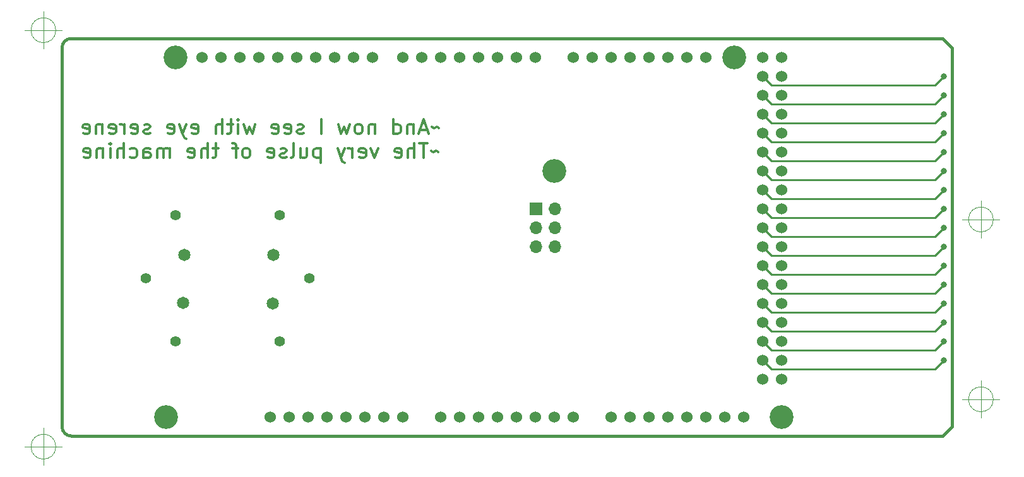
<source format=gbr>
%TF.GenerationSoftware,KiCad,Pcbnew,(6.0.9)*%
%TF.CreationDate,2023-01-12T16:46:16+01:00*%
%TF.ProjectId,MEGA board tester,4d454741-2062-46f6-9172-642074657374,rev?*%
%TF.SameCoordinates,PX7b9033cPY64bc73c*%
%TF.FileFunction,Copper,L2,Bot*%
%TF.FilePolarity,Positive*%
%FSLAX46Y46*%
G04 Gerber Fmt 4.6, Leading zero omitted, Abs format (unit mm)*
G04 Created by KiCad (PCBNEW (6.0.9)) date 2023-01-12 16:46:16*
%MOMM*%
%LPD*%
G01*
G04 APERTURE LIST*
%ADD10C,0.350000*%
%TA.AperFunction,NonConductor*%
%ADD11C,0.350000*%
%TD*%
%TA.AperFunction,Profile*%
%ADD12C,0.100000*%
%TD*%
%TA.AperFunction,Profile*%
%ADD13C,0.381000*%
%TD*%
%TA.AperFunction,ComponentPad*%
%ADD14C,3.197860*%
%TD*%
%TA.AperFunction,ComponentPad*%
%ADD15C,1.524000*%
%TD*%
%TA.AperFunction,ComponentPad*%
%ADD16R,1.700000X1.700000*%
%TD*%
%TA.AperFunction,ComponentPad*%
%ADD17O,1.700000X1.700000*%
%TD*%
%TA.AperFunction,ComponentPad*%
%ADD18C,1.650000*%
%TD*%
%TA.AperFunction,ComponentPad*%
%ADD19C,1.400000*%
%TD*%
%TA.AperFunction,ViaPad*%
%ADD20C,0.800000*%
%TD*%
%TA.AperFunction,Conductor*%
%ADD21C,0.250000*%
%TD*%
G04 APERTURE END LIST*
D10*
D11*
X53057500Y42707643D02*
X52962261Y42802881D01*
X52771785Y42898120D01*
X52390833Y42707643D01*
X52200357Y42802881D01*
X52105119Y42898120D01*
X51438452Y42517167D02*
X50486071Y42517167D01*
X51628928Y41945739D02*
X50962261Y43945739D01*
X50295595Y41945739D01*
X49628928Y43279072D02*
X49628928Y41945739D01*
X49628928Y43088596D02*
X49533690Y43183834D01*
X49343214Y43279072D01*
X49057500Y43279072D01*
X48867023Y43183834D01*
X48771785Y42993358D01*
X48771785Y41945739D01*
X46962261Y41945739D02*
X46962261Y43945739D01*
X46962261Y42040977D02*
X47152738Y41945739D01*
X47533690Y41945739D01*
X47724166Y42040977D01*
X47819404Y42136215D01*
X47914642Y42326691D01*
X47914642Y42898120D01*
X47819404Y43088596D01*
X47724166Y43183834D01*
X47533690Y43279072D01*
X47152738Y43279072D01*
X46962261Y43183834D01*
X44486071Y43279072D02*
X44486071Y41945739D01*
X44486071Y43088596D02*
X44390833Y43183834D01*
X44200357Y43279072D01*
X43914642Y43279072D01*
X43724166Y43183834D01*
X43628928Y42993358D01*
X43628928Y41945739D01*
X42390833Y41945739D02*
X42581309Y42040977D01*
X42676547Y42136215D01*
X42771785Y42326691D01*
X42771785Y42898120D01*
X42676547Y43088596D01*
X42581309Y43183834D01*
X42390833Y43279072D01*
X42105119Y43279072D01*
X41914642Y43183834D01*
X41819404Y43088596D01*
X41724166Y42898120D01*
X41724166Y42326691D01*
X41819404Y42136215D01*
X41914642Y42040977D01*
X42105119Y41945739D01*
X42390833Y41945739D01*
X41057500Y43279072D02*
X40676547Y41945739D01*
X40295595Y42898120D01*
X39914642Y41945739D01*
X39533690Y43279072D01*
X37247976Y41945739D02*
X37247976Y43945739D01*
X34867023Y42040977D02*
X34676547Y41945739D01*
X34295595Y41945739D01*
X34105119Y42040977D01*
X34009880Y42231453D01*
X34009880Y42326691D01*
X34105119Y42517167D01*
X34295595Y42612405D01*
X34581309Y42612405D01*
X34771785Y42707643D01*
X34867023Y42898120D01*
X34867023Y42993358D01*
X34771785Y43183834D01*
X34581309Y43279072D01*
X34295595Y43279072D01*
X34105119Y43183834D01*
X32390833Y42040977D02*
X32581309Y41945739D01*
X32962261Y41945739D01*
X33152738Y42040977D01*
X33247976Y42231453D01*
X33247976Y42993358D01*
X33152738Y43183834D01*
X32962261Y43279072D01*
X32581309Y43279072D01*
X32390833Y43183834D01*
X32295595Y42993358D01*
X32295595Y42802881D01*
X33247976Y42612405D01*
X30676547Y42040977D02*
X30867023Y41945739D01*
X31247976Y41945739D01*
X31438452Y42040977D01*
X31533690Y42231453D01*
X31533690Y42993358D01*
X31438452Y43183834D01*
X31247976Y43279072D01*
X30867023Y43279072D01*
X30676547Y43183834D01*
X30581309Y42993358D01*
X30581309Y42802881D01*
X31533690Y42612405D01*
X28390833Y43279072D02*
X28009880Y41945739D01*
X27628928Y42898120D01*
X27247976Y41945739D01*
X26867023Y43279072D01*
X26105119Y41945739D02*
X26105119Y43279072D01*
X26105119Y43945739D02*
X26200357Y43850500D01*
X26105119Y43755262D01*
X26009880Y43850500D01*
X26105119Y43945739D01*
X26105119Y43755262D01*
X25438452Y43279072D02*
X24676547Y43279072D01*
X25152738Y43945739D02*
X25152738Y42231453D01*
X25057500Y42040977D01*
X24867023Y41945739D01*
X24676547Y41945739D01*
X24009880Y41945739D02*
X24009880Y43945739D01*
X23152738Y41945739D02*
X23152738Y42993358D01*
X23247976Y43183834D01*
X23438452Y43279072D01*
X23724166Y43279072D01*
X23914642Y43183834D01*
X24009880Y43088596D01*
X19914642Y42040977D02*
X20105119Y41945739D01*
X20486071Y41945739D01*
X20676547Y42040977D01*
X20771785Y42231453D01*
X20771785Y42993358D01*
X20676547Y43183834D01*
X20486071Y43279072D01*
X20105119Y43279072D01*
X19914642Y43183834D01*
X19819404Y42993358D01*
X19819404Y42802881D01*
X20771785Y42612405D01*
X19152738Y43279072D02*
X18676547Y41945739D01*
X18200357Y43279072D02*
X18676547Y41945739D01*
X18867023Y41469548D01*
X18962261Y41374310D01*
X19152738Y41279072D01*
X16676547Y42040977D02*
X16867023Y41945739D01*
X17247976Y41945739D01*
X17438452Y42040977D01*
X17533690Y42231453D01*
X17533690Y42993358D01*
X17438452Y43183834D01*
X17247976Y43279072D01*
X16867023Y43279072D01*
X16676547Y43183834D01*
X16581309Y42993358D01*
X16581309Y42802881D01*
X17533690Y42612405D01*
X14295595Y42040977D02*
X14105119Y41945739D01*
X13724166Y41945739D01*
X13533690Y42040977D01*
X13438452Y42231453D01*
X13438452Y42326691D01*
X13533690Y42517167D01*
X13724166Y42612405D01*
X14009880Y42612405D01*
X14200357Y42707643D01*
X14295595Y42898120D01*
X14295595Y42993358D01*
X14200357Y43183834D01*
X14009880Y43279072D01*
X13724166Y43279072D01*
X13533690Y43183834D01*
X11819404Y42040977D02*
X12009880Y41945739D01*
X12390833Y41945739D01*
X12581309Y42040977D01*
X12676547Y42231453D01*
X12676547Y42993358D01*
X12581309Y43183834D01*
X12390833Y43279072D01*
X12009880Y43279072D01*
X11819404Y43183834D01*
X11724166Y42993358D01*
X11724166Y42802881D01*
X12676547Y42612405D01*
X10867023Y41945739D02*
X10867023Y43279072D01*
X10867023Y42898120D02*
X10771785Y43088596D01*
X10676547Y43183834D01*
X10486071Y43279072D01*
X10295595Y43279072D01*
X8867023Y42040977D02*
X9057500Y41945739D01*
X9438452Y41945739D01*
X9628928Y42040977D01*
X9724166Y42231453D01*
X9724166Y42993358D01*
X9628928Y43183834D01*
X9438452Y43279072D01*
X9057500Y43279072D01*
X8867023Y43183834D01*
X8771785Y42993358D01*
X8771785Y42802881D01*
X9724166Y42612405D01*
X7914642Y43279072D02*
X7914642Y41945739D01*
X7914642Y43088596D02*
X7819404Y43183834D01*
X7628928Y43279072D01*
X7343214Y43279072D01*
X7152738Y43183834D01*
X7057500Y42993358D01*
X7057500Y41945739D01*
X5343214Y42040977D02*
X5533690Y41945739D01*
X5914642Y41945739D01*
X6105119Y42040977D01*
X6200357Y42231453D01*
X6200357Y42993358D01*
X6105119Y43183834D01*
X5914642Y43279072D01*
X5533690Y43279072D01*
X5343214Y43183834D01*
X5247976Y42993358D01*
X5247976Y42802881D01*
X6200357Y42612405D01*
X52962261Y39487643D02*
X52867023Y39582881D01*
X52676547Y39678120D01*
X52295595Y39487643D01*
X52105119Y39582881D01*
X52009880Y39678120D01*
X51533690Y40725739D02*
X50390833Y40725739D01*
X50962261Y38725739D02*
X50962261Y40725739D01*
X49724166Y38725739D02*
X49724166Y40725739D01*
X48867023Y38725739D02*
X48867023Y39773358D01*
X48962261Y39963834D01*
X49152738Y40059072D01*
X49438452Y40059072D01*
X49628928Y39963834D01*
X49724166Y39868596D01*
X47152738Y38820977D02*
X47343214Y38725739D01*
X47724166Y38725739D01*
X47914642Y38820977D01*
X48009880Y39011453D01*
X48009880Y39773358D01*
X47914642Y39963834D01*
X47724166Y40059072D01*
X47343214Y40059072D01*
X47152738Y39963834D01*
X47057500Y39773358D01*
X47057500Y39582881D01*
X48009880Y39392405D01*
X44867023Y40059072D02*
X44390833Y38725739D01*
X43914642Y40059072D01*
X42390833Y38820977D02*
X42581309Y38725739D01*
X42962261Y38725739D01*
X43152738Y38820977D01*
X43247976Y39011453D01*
X43247976Y39773358D01*
X43152738Y39963834D01*
X42962261Y40059072D01*
X42581309Y40059072D01*
X42390833Y39963834D01*
X42295595Y39773358D01*
X42295595Y39582881D01*
X43247976Y39392405D01*
X41438452Y38725739D02*
X41438452Y40059072D01*
X41438452Y39678120D02*
X41343214Y39868596D01*
X41247976Y39963834D01*
X41057500Y40059072D01*
X40867023Y40059072D01*
X40390833Y40059072D02*
X39914642Y38725739D01*
X39438452Y40059072D02*
X39914642Y38725739D01*
X40105119Y38249548D01*
X40200357Y38154310D01*
X40390833Y38059072D01*
X37152738Y40059072D02*
X37152738Y38059072D01*
X37152738Y39963834D02*
X36962261Y40059072D01*
X36581309Y40059072D01*
X36390833Y39963834D01*
X36295595Y39868596D01*
X36200357Y39678120D01*
X36200357Y39106691D01*
X36295595Y38916215D01*
X36390833Y38820977D01*
X36581309Y38725739D01*
X36962261Y38725739D01*
X37152738Y38820977D01*
X34486071Y40059072D02*
X34486071Y38725739D01*
X35343214Y40059072D02*
X35343214Y39011453D01*
X35247976Y38820977D01*
X35057500Y38725739D01*
X34771785Y38725739D01*
X34581309Y38820977D01*
X34486071Y38916215D01*
X33247976Y38725739D02*
X33438452Y38820977D01*
X33533690Y39011453D01*
X33533690Y40725739D01*
X32581309Y38820977D02*
X32390833Y38725739D01*
X32009880Y38725739D01*
X31819404Y38820977D01*
X31724166Y39011453D01*
X31724166Y39106691D01*
X31819404Y39297167D01*
X32009880Y39392405D01*
X32295595Y39392405D01*
X32486071Y39487643D01*
X32581309Y39678120D01*
X32581309Y39773358D01*
X32486071Y39963834D01*
X32295595Y40059072D01*
X32009880Y40059072D01*
X31819404Y39963834D01*
X30105119Y38820977D02*
X30295595Y38725739D01*
X30676547Y38725739D01*
X30867023Y38820977D01*
X30962261Y39011453D01*
X30962261Y39773358D01*
X30867023Y39963834D01*
X30676547Y40059072D01*
X30295595Y40059072D01*
X30105119Y39963834D01*
X30009880Y39773358D01*
X30009880Y39582881D01*
X30962261Y39392405D01*
X27343214Y38725739D02*
X27533690Y38820977D01*
X27628928Y38916215D01*
X27724166Y39106691D01*
X27724166Y39678120D01*
X27628928Y39868596D01*
X27533690Y39963834D01*
X27343214Y40059072D01*
X27057500Y40059072D01*
X26867023Y39963834D01*
X26771785Y39868596D01*
X26676547Y39678120D01*
X26676547Y39106691D01*
X26771785Y38916215D01*
X26867023Y38820977D01*
X27057500Y38725739D01*
X27343214Y38725739D01*
X26105119Y40059072D02*
X25343214Y40059072D01*
X25819404Y38725739D02*
X25819404Y40440024D01*
X25724166Y40630500D01*
X25533690Y40725739D01*
X25343214Y40725739D01*
X23438452Y40059072D02*
X22676547Y40059072D01*
X23152738Y40725739D02*
X23152738Y39011453D01*
X23057500Y38820977D01*
X22867023Y38725739D01*
X22676547Y38725739D01*
X22009880Y38725739D02*
X22009880Y40725739D01*
X21152738Y38725739D02*
X21152738Y39773358D01*
X21247976Y39963834D01*
X21438452Y40059072D01*
X21724166Y40059072D01*
X21914642Y39963834D01*
X22009880Y39868596D01*
X19438452Y38820977D02*
X19628928Y38725739D01*
X20009880Y38725739D01*
X20200357Y38820977D01*
X20295595Y39011453D01*
X20295595Y39773358D01*
X20200357Y39963834D01*
X20009880Y40059072D01*
X19628928Y40059072D01*
X19438452Y39963834D01*
X19343214Y39773358D01*
X19343214Y39582881D01*
X20295595Y39392405D01*
X16962261Y38725739D02*
X16962261Y40059072D01*
X16962261Y39868596D02*
X16867023Y39963834D01*
X16676547Y40059072D01*
X16390833Y40059072D01*
X16200357Y39963834D01*
X16105119Y39773358D01*
X16105119Y38725739D01*
X16105119Y39773358D02*
X16009880Y39963834D01*
X15819404Y40059072D01*
X15533690Y40059072D01*
X15343214Y39963834D01*
X15247976Y39773358D01*
X15247976Y38725739D01*
X13438452Y38725739D02*
X13438452Y39773358D01*
X13533690Y39963834D01*
X13724166Y40059072D01*
X14105119Y40059072D01*
X14295595Y39963834D01*
X13438452Y38820977D02*
X13628928Y38725739D01*
X14105119Y38725739D01*
X14295595Y38820977D01*
X14390833Y39011453D01*
X14390833Y39201929D01*
X14295595Y39392405D01*
X14105119Y39487643D01*
X13628928Y39487643D01*
X13438452Y39582881D01*
X11628928Y38820977D02*
X11819404Y38725739D01*
X12200357Y38725739D01*
X12390833Y38820977D01*
X12486071Y38916215D01*
X12581309Y39106691D01*
X12581309Y39678120D01*
X12486071Y39868596D01*
X12390833Y39963834D01*
X12200357Y40059072D01*
X11819404Y40059072D01*
X11628928Y39963834D01*
X10771785Y38725739D02*
X10771785Y40725739D01*
X9914642Y38725739D02*
X9914642Y39773358D01*
X10009880Y39963834D01*
X10200357Y40059072D01*
X10486071Y40059072D01*
X10676547Y39963834D01*
X10771785Y39868596D01*
X8962261Y38725739D02*
X8962261Y40059072D01*
X8962261Y40725739D02*
X9057500Y40630500D01*
X8962261Y40535262D01*
X8867023Y40630500D01*
X8962261Y40725739D01*
X8962261Y40535262D01*
X8009880Y40059072D02*
X8009880Y38725739D01*
X8009880Y39868596D02*
X7914642Y39963834D01*
X7724166Y40059072D01*
X7438452Y40059072D01*
X7247976Y39963834D01*
X7152738Y39773358D01*
X7152738Y38725739D01*
X5438452Y38820977D02*
X5628928Y38725739D01*
X6009880Y38725739D01*
X6200357Y38820977D01*
X6295595Y39011453D01*
X6295595Y39773358D01*
X6200357Y39963834D01*
X6009880Y40059072D01*
X5628928Y40059072D01*
X5438452Y39963834D01*
X5343214Y39773358D01*
X5343214Y39582881D01*
X6295595Y39392405D01*
D12*
X127396666Y30480000D02*
G75*
G03*
X127396666Y30480000I-1666666J0D01*
G01*
X123230000Y30480000D02*
X128230000Y30480000D01*
X125730000Y32980000D02*
X125730000Y27980000D01*
X127396666Y6350000D02*
G75*
G03*
X127396666Y6350000I-1666666J0D01*
G01*
X123230000Y6350000D02*
X128230000Y6350000D01*
X125730000Y8850000D02*
X125730000Y3850000D01*
X1666666Y55880000D02*
G75*
G03*
X1666666Y55880000I-1666666J0D01*
G01*
X-2500000Y55880000D02*
X2500000Y55880000D01*
X0Y58380000D02*
X0Y53380000D01*
X1666666Y0D02*
G75*
G03*
X1666666Y0I-1666666J0D01*
G01*
X-2500000Y0D02*
X2500000Y0D01*
X0Y2500000D02*
X0Y-2500000D01*
D13*
%TO.C,J1*%
X121869000Y53500000D02*
X121869000Y2700000D01*
X121869000Y2700000D02*
X120599000Y1430000D01*
X3759000Y54770000D02*
X120599000Y54770000D01*
X2489000Y2700000D02*
X2489000Y53500000D01*
X3759000Y1430000D02*
X120599000Y1430000D01*
X120599000Y54770000D02*
X121869000Y53500000D01*
X2489000Y2700000D02*
G75*
G03*
X3759000Y1430000I1269999J-1D01*
G01*
X3759000Y54770000D02*
G75*
G03*
X2489000Y53500000I-1J-1269999D01*
G01*
%TD*%
D14*
%TO.P,J1,*%
%TO.N,*%
X92659000Y52230000D03*
X99009000Y3970000D03*
X17729000Y52230000D03*
X68529000Y36990000D03*
X16459000Y3970000D03*
D15*
%TO.P,J1,1,N/C*%
%TO.N,unconnected-(J1-Pad1)*%
X30429000Y3970000D03*
%TO.P,J1,2,IOREF*%
%TO.N,unconnected-(J1-Pad2)*%
X32969000Y3970000D03*
%TO.P,J1,3,RESET*%
%TO.N,unconnected-(J1-Pad3)*%
X35509000Y3970000D03*
%TO.P,J1,4,3.3V*%
%TO.N,Net-(D70-Pad2)*%
X38049000Y3970000D03*
%TO.P,J1,5,5V*%
%TO.N,Net-(D71-Pad2)*%
X40589000Y3970000D03*
%TO.P,J1,6,GND*%
%TO.N,GND*%
X43129000Y3970000D03*
%TO.P,J1,7,GND*%
X45669000Y3970000D03*
%TO.P,J1,8,VIN*%
%TO.N,unconnected-(J1-Pad8)*%
X48209000Y3970000D03*
%TO.P,J1,9,AD0*%
%TO.N,Net-(D54-Pad2)*%
X53289000Y3970000D03*
%TO.P,J1,10,AD1*%
%TO.N,Net-(D55-Pad2)*%
X55829000Y3970000D03*
%TO.P,J1,11,AD2*%
%TO.N,Net-(D56-Pad2)*%
X58369000Y3970000D03*
%TO.P,J1,12,AD3*%
%TO.N,Net-(D57-Pad2)*%
X60909000Y3970000D03*
%TO.P,J1,13,AD4*%
%TO.N,Net-(D58-Pad2)*%
X63449000Y3970000D03*
%TO.P,J1,14,AD5*%
%TO.N,Net-(D59-Pad2)*%
X65989000Y3970000D03*
%TO.P,J1,15,AD6*%
%TO.N,Net-(D60-Pad2)*%
X68529000Y3970000D03*
%TO.P,J1,16,AD7*%
%TO.N,Net-(D61-Pad2)*%
X71069000Y3970000D03*
%TO.P,J1,17,AD8*%
%TO.N,Net-(D62-Pad2)*%
X76149000Y3970000D03*
%TO.P,J1,18,AD9*%
%TO.N,Net-(D63-Pad2)*%
X78689000Y3970000D03*
%TO.P,J1,19,AD10*%
%TO.N,Net-(D64-Pad2)*%
X81229000Y3970000D03*
%TO.P,J1,20,AD11/TXD3*%
%TO.N,Net-(D65-Pad2)*%
X83769000Y3970000D03*
%TO.P,J1,21,DAC0/CANRX1*%
%TO.N,Net-(D66-Pad2)*%
X86309000Y3970000D03*
%TO.P,J1,22,DAC1*%
%TO.N,Net-(D67-Pad2)*%
X88849000Y3970000D03*
%TO.P,J1,23,CANRX0*%
%TO.N,Net-(D68-Pad2)*%
X91389000Y3970000D03*
%TO.P,J1,24,CANTX1*%
%TO.N,Net-(D69-Pad2)*%
X93929000Y3970000D03*
%TO.P,J1,25,GND*%
%TO.N,GND*%
X96469000Y9050000D03*
%TO.P,J1,26,PIN52/AD14/RXD3*%
%TO.N,Net-(D52-Pad2)*%
X96469000Y11590000D03*
%TO.P,J1,27,PIN50*%
%TO.N,Net-(D50-Pad2)*%
X96469000Y14130000D03*
%TO.P,J1,28,PIN48*%
%TO.N,Net-(D48-Pad2)*%
X96469000Y16670000D03*
%TO.P,J1,29,PIN46*%
%TO.N,Net-(D46-Pad2)*%
X96469000Y19210000D03*
%TO.P,J1,30,PIN44*%
%TO.N,Net-(D44-Pad2)*%
X96469000Y21750000D03*
%TO.P,J1,31,PIN42*%
%TO.N,Net-(D42-Pad2)*%
X96469000Y24290000D03*
%TO.P,J1,32,PIN40*%
%TO.N,Net-(D40-Pad2)*%
X96469000Y26830000D03*
%TO.P,J1,33,PIN38*%
%TO.N,Net-(D38-Pad2)*%
X96469000Y29370000D03*
%TO.P,J1,34,PIN36*%
%TO.N,Net-(D36-Pad2)*%
X96469000Y31910000D03*
%TO.P,J1,35,PIN34*%
%TO.N,Net-(D34-Pad2)*%
X96469000Y34450000D03*
%TO.P,J1,36,PIN32*%
%TO.N,Net-(D32-Pad2)*%
X96469000Y36990000D03*
%TO.P,J1,37,PIN30*%
%TO.N,Net-(D30-Pad2)*%
X96469000Y39530000D03*
%TO.P,J1,38,PIN28*%
%TO.N,Net-(D28-Pad2)*%
X96469000Y42070000D03*
%TO.P,J1,39,PIN26*%
%TO.N,Net-(D26-Pad2)*%
X96469000Y44610000D03*
%TO.P,J1,40,PIN24*%
%TO.N,Net-(D24-Pad2)*%
X96469000Y47150000D03*
%TO.P,J1,41,PIN22*%
%TO.N,Net-(D22-Pad2)*%
X96469000Y49690000D03*
%TO.P,J1,42,5V*%
%TO.N,+5V*%
X96469000Y52230000D03*
%TO.P,J1,43,GND*%
%TO.N,GND*%
X99009000Y9050000D03*
%TO.P,J1,44,CANTX1/IO/PIN53*%
%TO.N,Net-(D53-Pad2)*%
X99009000Y11590000D03*
%TO.P,J1,45,PIN51*%
%TO.N,Net-(D51-Pad2)*%
X99009000Y14130000D03*
%TO.P,J1,46,PIN49*%
%TO.N,Net-(D49-Pad2)*%
X99009000Y16670000D03*
%TO.P,J1,47,PIN47*%
%TO.N,Net-(D47-Pad2)*%
X99009000Y19210000D03*
%TO.P,J1,48,PIN45*%
%TO.N,Net-(D45-Pad2)*%
X99009000Y21750000D03*
%TO.P,J1,49,PIN43*%
%TO.N,Net-(D43-Pad2)*%
X99009000Y24290000D03*
%TO.P,J1,50,PIN41*%
%TO.N,Net-(D41-Pad2)*%
X99009000Y26830000D03*
%TO.P,J1,51,PIN39*%
%TO.N,Net-(D39-Pad2)*%
X99009000Y29370000D03*
%TO.P,J1,52,PIN37*%
%TO.N,Net-(D37-Pad2)*%
X99009000Y31910000D03*
%TO.P,J1,53,PIN35*%
%TO.N,Net-(D35-Pad2)*%
X99009000Y34450000D03*
%TO.P,J1,54,PIN33*%
%TO.N,Net-(D33-Pad2)*%
X99009000Y36990000D03*
%TO.P,J1,55,PIN31*%
%TO.N,Net-(D31-Pad2)*%
X99009000Y39530000D03*
%TO.P,J1,56,PIN29*%
%TO.N,Net-(D29-Pad2)*%
X99009000Y42070000D03*
%TO.P,J1,57,PIN27*%
%TO.N,Net-(D27-Pad2)*%
X99009000Y44610000D03*
%TO.P,J1,58,PIN25*%
%TO.N,Net-(D25-Pad2)*%
X99009000Y47150000D03*
%TO.P,J1,59,PIN23*%
%TO.N,Net-(D23-Pad2)*%
X99009000Y49690000D03*
%TO.P,J1,60,5V*%
%TO.N,+5V*%
X99009000Y52230000D03*
%TO.P,J1,61,SCL0-3/TWCK1/21*%
%TO.N,Net-(D21-Pad2)*%
X88849000Y52230000D03*
%TO.P,J1,62,SDA0-3/TWD1/20*%
%TO.N,Net-(D20-Pad2)*%
X86309000Y52230000D03*
%TO.P,J1,63,RXD2/19*%
%TO.N,Net-(D19-Pad2)*%
X83769000Y52230000D03*
%TO.P,J1,64,TXD2/18*%
%TO.N,Net-(D18-Pad2)*%
X81229000Y52230000D03*
%TO.P,J1,65,RXD1/17*%
%TO.N,Net-(D17-Pad2)*%
X78689000Y52230000D03*
%TO.P,J1,66,TXD1/16*%
%TO.N,Net-(D16-Pad2)*%
X76149000Y52230000D03*
%TO.P,J1,67,RXD0/15*%
%TO.N,Net-(D15-Pad2)*%
X73609000Y52230000D03*
%TO.P,J1,68,TXD0/14*%
%TO.N,Net-(D14-Pad2)*%
X71069000Y52230000D03*
%TO.P,J1,69,RX/URXD/0*%
%TO.N,Net-(D0-Pad2)*%
X65989000Y52230000D03*
%TO.P,J1,70,TX/UTXD/1*%
%TO.N,Net-(D1-Pad2)*%
X63449000Y52230000D03*
%TO.P,J1,71,PWM2/2*%
%TO.N,Net-(D2-Pad2)*%
X60909000Y52230000D03*
%TO.P,J1,72,PWM3/3*%
%TO.N,Net-(D3-Pad2)*%
X58369000Y52230000D03*
%TO.P,J1,73,SS1/PWM4/SD-CS/4*%
%TO.N,Net-(D4-Pad2)*%
X55829000Y52230000D03*
%TO.P,J1,74,PWM5/5*%
%TO.N,Net-(D5-Pad2)*%
X53289000Y52230000D03*
%TO.P,J1,75,PWM6/6*%
%TO.N,Net-(D6-Pad2)*%
X50749000Y52230000D03*
%TO.P,J1,76,PWM7/7*%
%TO.N,Net-(D7-Pad2)*%
X48209000Y52230000D03*
%TO.P,J1,77,PWM8/8*%
%TO.N,Net-(D8-Pad2)*%
X44145000Y52230000D03*
%TO.P,J1,78,PWM9/9*%
%TO.N,Net-(D9-Pad2)*%
X41605000Y52230000D03*
%TO.P,J1,79,SS0/PWM10/ETH-CS/10*%
%TO.N,Net-(D10-Pad2)*%
X39065000Y52230000D03*
%TO.P,J1,80,PWM11/11*%
%TO.N,Net-(D11-Pad2)*%
X36525000Y52230000D03*
%TO.P,J1,81,PWM12/12*%
%TO.N,Net-(D12-Pad2)*%
X33985000Y52230000D03*
%TO.P,J1,82,PWM13/13*%
%TO.N,Net-(D13-Pad2)*%
X31445000Y52230000D03*
%TO.P,J1,83,GND*%
%TO.N,GND*%
X28905000Y52230000D03*
%TO.P,J1,84,AREF*%
%TO.N,unconnected-(J1-Pad84)*%
X26365000Y52230000D03*
%TO.P,J1,85,SDA1/TWD0*%
%TO.N,unconnected-(J1-Pad85)*%
X23825000Y52230000D03*
%TO.P,J1,86,SCL1/TWCK0*%
%TO.N,unconnected-(J1-Pad86)*%
X21285000Y52230000D03*
D16*
%TO.P,J1,87,ICSP1_CIPO*%
%TO.N,unconnected-(J1-Pad87)*%
X66098000Y31888000D03*
D17*
%TO.P,J1,88,ICSP2_+5V*%
%TO.N,unconnected-(J1-Pad88)*%
X68638000Y31888000D03*
%TO.P,J1,89,ICSP3_SCK*%
%TO.N,unconnected-(J1-Pad89)*%
X66098000Y29348000D03*
%TO.P,J1,90,ICSP4_COPI*%
%TO.N,unconnected-(J1-Pad90)*%
X68638000Y29348000D03*
%TO.P,J1,91,ICSP5_RESET*%
%TO.N,Net-(J1-Pad91)*%
X66098000Y26808000D03*
%TO.P,J1,92,ICSP_GND*%
%TO.N,GND*%
X68638000Y26808000D03*
%TD*%
D18*
%TO.P,REF\u002A\u002A,1*%
%TO.N,logo*%
X18867518Y25768607D03*
X30777518Y19188607D03*
X30837518Y25768607D03*
X18707518Y19268607D03*
D19*
%TO.P,REF\u002A\u002A,2*%
%TO.N,GND*%
X17677518Y31058607D03*
X31677518Y31088607D03*
X17677518Y14088607D03*
X13717518Y22578607D03*
X31677518Y14108607D03*
X35637518Y22598607D03*
%TD*%
D20*
%TO.N,Net-(D28-Pad2)*%
X120751500Y42053300D03*
%TO.N,Net-(D30-Pad2)*%
X120751500Y39513300D03*
%TO.N,Net-(D32-Pad2)*%
X120751500Y36973300D03*
%TO.N,Net-(D50-Pad2)*%
X120751500Y14113300D03*
%TO.N,Net-(D48-Pad2)*%
X120751500Y16653300D03*
%TO.N,Net-(D46-Pad2)*%
X120751500Y19193300D03*
%TO.N,Net-(D44-Pad2)*%
X120751500Y21733300D03*
%TO.N,Net-(D42-Pad2)*%
X120751500Y24273300D03*
%TO.N,Net-(D40-Pad2)*%
X120751500Y26813300D03*
%TO.N,Net-(D38-Pad2)*%
X120751500Y29353300D03*
%TO.N,Net-(D36-Pad2)*%
X120751500Y31893300D03*
%TO.N,Net-(D34-Pad2)*%
X120751500Y34433300D03*
%TO.N,Net-(D26-Pad2)*%
X120751500Y44593300D03*
%TO.N,Net-(D24-Pad2)*%
X120751500Y47133300D03*
%TO.N,Net-(D22-Pad2)*%
X120751500Y49673300D03*
%TO.N,Net-(D52-Pad2)*%
X120751500Y11573300D03*
%TD*%
D21*
%TO.N,Net-(D28-Pad2)*%
X120751500Y42053300D02*
X119557700Y40859500D01*
X97679500Y40859500D02*
X96469000Y42070000D01*
X119557700Y40859500D02*
X97679500Y40859500D01*
%TO.N,Net-(D30-Pad2)*%
X97679500Y38319500D02*
X96469000Y39530000D01*
X119557700Y38319500D02*
X97679500Y38319500D01*
X120751500Y39513300D02*
X119557700Y38319500D01*
%TO.N,Net-(D32-Pad2)*%
X119557700Y35779500D02*
X97679500Y35779500D01*
X97679500Y35779500D02*
X96469000Y36990000D01*
X120751500Y36973300D02*
X119557700Y35779500D01*
%TO.N,Net-(D50-Pad2)*%
X119557700Y12919500D02*
X97679500Y12919500D01*
X97679500Y12919500D02*
X96469000Y14130000D01*
X120751500Y14113300D02*
X119557700Y12919500D01*
%TO.N,Net-(D48-Pad2)*%
X119557700Y15459500D02*
X97679500Y15459500D01*
X120751500Y16653300D02*
X119557700Y15459500D01*
X97679500Y15459500D02*
X96469000Y16670000D01*
%TO.N,Net-(D46-Pad2)*%
X120751500Y19193300D02*
X119557700Y17999500D01*
X119557700Y17999500D02*
X97679500Y17999500D01*
X97679500Y17999500D02*
X96469000Y19210000D01*
%TO.N,Net-(D44-Pad2)*%
X120751500Y21733300D02*
X119557700Y20539500D01*
X97679500Y20539500D02*
X96469000Y21750000D01*
X119557700Y20539500D02*
X97679500Y20539500D01*
%TO.N,Net-(D42-Pad2)*%
X97679500Y23079500D02*
X96469000Y24290000D01*
X120751500Y24273300D02*
X119557700Y23079500D01*
X119557700Y23079500D02*
X97679500Y23079500D01*
%TO.N,Net-(D40-Pad2)*%
X119557700Y25619500D02*
X97679500Y25619500D01*
X120751500Y26813300D02*
X119557700Y25619500D01*
X97679500Y25619500D02*
X96469000Y26830000D01*
%TO.N,Net-(D38-Pad2)*%
X120751500Y29353300D02*
X119557700Y28159500D01*
X119557700Y28159500D02*
X97679500Y28159500D01*
X97679500Y28159500D02*
X96469000Y29370000D01*
%TO.N,Net-(D36-Pad2)*%
X119557700Y30699500D02*
X97679500Y30699500D01*
X120751500Y31893300D02*
X119557700Y30699500D01*
X97679500Y30699500D02*
X96469000Y31910000D01*
%TO.N,Net-(D34-Pad2)*%
X119557700Y33239500D02*
X97679500Y33239500D01*
X97679500Y33239500D02*
X96469000Y34450000D01*
X120751500Y34433300D02*
X119557700Y33239500D01*
%TO.N,Net-(D26-Pad2)*%
X120751500Y44593300D02*
X119557700Y43399500D01*
X97679500Y43399500D02*
X96469000Y44610000D01*
X119557700Y43399500D02*
X97679500Y43399500D01*
%TO.N,Net-(D24-Pad2)*%
X119557700Y45939500D02*
X97679500Y45939500D01*
X97679500Y45939500D02*
X96469000Y47150000D01*
X120751500Y47133300D02*
X119557700Y45939500D01*
%TO.N,Net-(D22-Pad2)*%
X119557700Y48479500D02*
X97679500Y48479500D01*
X97679500Y48479500D02*
X96469000Y49690000D01*
X120751500Y49673300D02*
X119557700Y48479500D01*
%TO.N,Net-(D52-Pad2)*%
X119557700Y10379500D02*
X120751500Y11573300D01*
X96469000Y11590000D02*
X97679500Y10379500D01*
X97679500Y10379500D02*
X119557700Y10379500D01*
%TD*%
M02*

</source>
